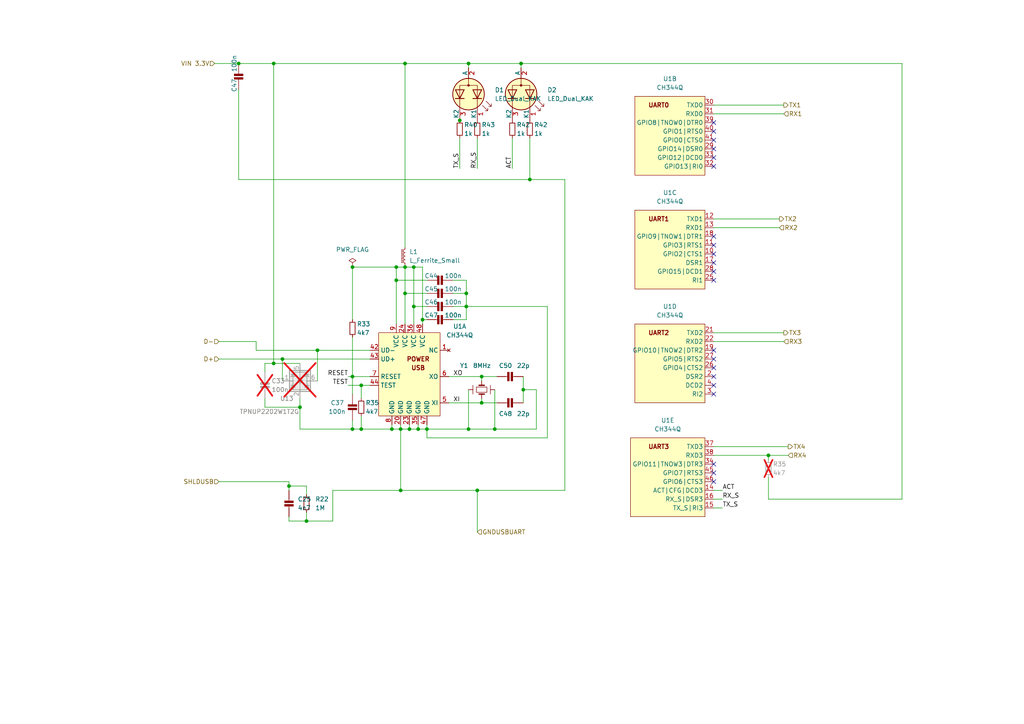
<source format=kicad_sch>
(kicad_sch (version 20230121) (generator eeschema)
  (paper "A4")
  (lib_symbols
    (symbol "Device:LED_Dual_KAK" (pin_names (offset 0))
      (property "Reference" "D" (at 0 5.715 0))
      (property "Value" "LED_Dual_KAK" (at 0 -6.35 0))
      (symbol "LED_Dual_KAK_0_1"
        (circle (center -2.54 0) (radius 0.2794) (fill (type outline)))
        (polyline (pts (xy -4.572 0) (xy -2.54 0)))
        (polyline (pts (xy 1.27 -1.27) (xy 1.27 -3.81)) (stroke (width 0.254)))
        (polyline (pts (xy 1.27 3.81) (xy 1.27 1.27)) (stroke (width 0.254)))
        (polyline (pts (xy 3.81 -2.54) (xy 1.905 -2.54)))
        (polyline (pts (xy 3.81 2.54) (xy 1.905 2.54)))
        (polyline (pts (xy -1.27 -1.27) (xy -1.27 -3.81) (xy 1.27 -2.54) (xy -1.27 -1.27)) (stroke (width 0.254)))
        (polyline (pts (xy -1.27 3.81) (xy -1.27 1.27) (xy 1.27 2.54) (xy -1.27 3.81)) (stroke (width 0.254)))
        (polyline (pts (xy 2.032 2.54) (xy -2.54 2.54) (xy -2.54 -2.54) (xy 2.032 -2.54)))
        (polyline (pts (xy 2.032 5.08) (xy 3.556 6.604) (xy 2.794 6.604) (xy 3.556 6.604) (xy 3.556 5.842)))
        (polyline (pts (xy 3.302 4.064) (xy 4.826 5.588) (xy 4.064 5.588) (xy 4.826 5.588) (xy 4.826 4.826)))
        (circle (center 0 0) (radius 4.572) (stroke (width 0.254)) (fill (type background)))
      )
      (symbol "LED_Dual_KAK_1_1"
        (pin input line (at 7.62 2.54 180) (length 3.81) (name "K1") (number "1"))
        (pin input line (at -7.62 0 0) (length 3.048) (name "A") (number "2"))
        (pin input line (at 7.62 -2.54 180) (length 3.81) (name "K2") (number "3"))
      )
    )
    (symbol "Device:L_Ferrite_Small" (pin_numbers hide) (pin_names (offset 0.254) hide)
      (property "Reference" "L" (at 1.27 1.016 0))
      (property "Value" "L_Ferrite_Small" (at 1.27 -1.27 0))
      (symbol "L_Ferrite_Small_0_1"
        (arc (start 0 -2.032) (mid 0.5058 -1.524) (end 0 -1.016))
        (arc (start 0 -1.016) (mid 0.5058 -0.508) (end 0 0))
        (polyline (pts (xy 0.762 -1.905) (xy 0.762 -1.651)))
        (polyline (pts (xy 0.762 -1.397) (xy 0.762 -1.143)))
        (polyline (pts (xy 0.762 -0.889) (xy 0.762 -0.635)))
        (polyline (pts (xy 0.762 -0.381) (xy 0.762 -0.127)))
        (polyline (pts (xy 0.762 0.127) (xy 0.762 0.381)))
        (polyline (pts (xy 0.762 0.635) (xy 0.762 0.889)))
        (polyline (pts (xy 0.762 1.143) (xy 0.762 1.397)))
        (polyline (pts (xy 0.762 1.651) (xy 0.762 1.905)))
        (polyline (pts (xy 1.016 -1.651) (xy 1.016 -1.905)))
        (polyline (pts (xy 1.016 -1.143) (xy 1.016 -1.397)))
        (polyline (pts (xy 1.016 -0.635) (xy 1.016 -0.889)))
        (polyline (pts (xy 1.016 -0.127) (xy 1.016 -0.381)))
        (polyline (pts (xy 1.016 0.381) (xy 1.016 0.127)))
        (polyline (pts (xy 1.016 0.889) (xy 1.016 0.635)))
        (polyline (pts (xy 1.016 1.397) (xy 1.016 1.143)))
        (polyline (pts (xy 1.016 1.905) (xy 1.016 1.651)))
        (arc (start 0 0) (mid 0.5058 0.508) (end 0 1.016))
        (arc (start 0 1.016) (mid 0.5058 1.524) (end 0 2.032))
      )
      (symbol "L_Ferrite_Small_1_1"
        (pin passive line (at 0 2.54 270) (length 0.508) (name "~") (number "1"))
        (pin passive line (at 0 -2.54 90) (length 0.508) (name "~") (number "2"))
      )
    )
    (symbol "Device:R_Small" (pin_numbers hide) (pin_names (offset 0.254) hide)
      (property "Reference" "R" (at 0.762 0.508 0))
      (property "Value" "R_Small" (at 0.762 -1.016 0))
      (symbol "R_Small_0_1"
        (rectangle (start -0.762 1.778) (end 0.762 -1.778) (stroke (width 0.2032)))
      )
      (symbol "R_Small_1_1"
        (pin passive line (at 0 2.54 270) (length 0.762) (name "~") (number "1"))
        (pin passive line (at 0 -2.54 90) (length 0.762) (name "~") (number "2"))
      )
    )
    (symbol "Power_Protection:NUP2202"
      (property "Reference" "U" (at -5.334 -2.54 0))
      (property "Value" "NUP2202" (at 6.35 1.27 90))
      (symbol "NUP2202_0_1"
        (rectangle (start -3.048 3.048) (end 3.048 -3.048) (stroke (width 0.254)) (fill (type background)))
        (circle (center -2.032 0) (radius 0.127))
        (circle (center -2.032 0) (radius 0.127))
        (circle (center 0 -2.54) (radius 0.127))
        (polyline (pts (xy -2.667 -1.27) (xy -1.397 -1.27)))
        (polyline (pts (xy -2.667 -1.27) (xy -1.397 -1.27)))
        (polyline (pts (xy -2.667 1.905) (xy -1.397 1.905)))
        (polyline (pts (xy -2.54 0) (xy -2.032 0)))
        (polyline (pts (xy -2.032 -2.54) (xy -2.032 -0.635)))
        (polyline (pts (xy -2.032 -2.54) (xy -2.032 -0.635)))
        (polyline (pts (xy -2.032 0.635) (xy -2.032 -0.635)))
        (polyline (pts (xy -2.032 0.635) (xy -2.032 2.54)))
        (polyline (pts (xy -2.032 2.54) (xy 2.032 2.54)))
        (polyline (pts (xy -0.762 0.254) (xy 0.762 0.254)))
        (polyline (pts (xy 0 -0.889) (xy 0 -2.54)))
        (polyline (pts (xy 0 -0.889) (xy 0 1.016)))
        (polyline (pts (xy 0 -0.889) (xy 0 1.016)))
        (polyline (pts (xy 0 1.016) (xy 0 3.81)))
        (polyline (pts (xy 0.762 0) (xy 0.762 0.254)))
        (polyline (pts (xy 1.397 -1.27) (xy 2.667 -1.27)))
        (polyline (pts (xy 1.397 -1.27) (xy 2.667 -1.27)))
        (polyline (pts (xy 1.397 1.905) (xy 2.667 1.905)))
        (polyline (pts (xy 2.032 -2.54) (xy -2.032 -2.54)))
        (polyline (pts (xy 2.032 -2.54) (xy 2.032 -0.635)))
        (polyline (pts (xy 2.032 -2.54) (xy 2.032 -0.635)))
        (polyline (pts (xy 2.032 0) (xy 2.54 0)))
        (polyline (pts (xy 2.032 0.635) (xy 2.032 -0.635)))
        (polyline (pts (xy 2.032 0.635) (xy 2.032 2.54)))
        (polyline (pts (xy -2.667 -1.905) (xy -1.397 -1.905) (xy -2.032 -1.27) (xy -2.667 -1.905)))
        (polyline (pts (xy -2.667 1.27) (xy -1.397 1.27) (xy -2.032 1.905) (xy -2.667 1.27)))
        (polyline (pts (xy -0.762 -0.508) (xy 0.762 -0.508) (xy 0 0.254) (xy -0.762 -0.508)))
        (polyline (pts (xy -0.762 -0.508) (xy 0.762 -0.508) (xy 0 0.254) (xy -0.762 -0.508)))
        (polyline (pts (xy 1.397 -1.905) (xy 2.667 -1.905) (xy 2.032 -1.27) (xy 1.397 -1.905)))
        (polyline (pts (xy 1.397 1.27) (xy 2.667 1.27) (xy 2.032 1.905) (xy 1.397 1.27)))
        (circle (center 0 2.54) (radius 0.127))
        (circle (center 2.032 0) (radius 0.127))
        (circle (center 2.032 0) (radius 0.127))
      )
      (symbol "NUP2202_1_1"
        (pin passive line (at -5.08 0 0) (length 2.54) (name "~") (number "1"))
        (pin passive line (at 0 -5.08 90) (length 2.54) (name "~") (number "2"))
        (pin no_connect line (at 0 -2.54 90) (length 2.54) hide (name "~") (number "3"))
        (pin no_connect line (at 0 2.54 270) (length 2.54) hide (name "~") (number "4"))
        (pin passive line (at 0 5.08 270) (length 2.54) (name "~") (number "5"))
        (pin passive line (at 5.08 0 180) (length 2.54) (name "~") (number "6"))
      )
    )
    (symbol "isouart4:CAP_NP" (pin_names (offset 1.016))
      (property "Reference" "C?" (at -1.27 -2.54 90))
      (symbol "CAP_NP_1_0"
        (rectangle (start -1.27 -0.762) (end 1.27 -0.254) (fill (type outline)))
        (rectangle (start -1.27 0.762) (end 1.27 0.254) (fill (type outline)))
        (polyline (pts (xy 0 -0.508) (xy 0 -1.27)))
        (polyline (pts (xy 0 1.27) (xy 0 0.508)))
        (pin passive line (at 0 3.81 270) (length 2.54) (name "1") (number "1"))
        (pin passive line (at 0 -3.81 90) (length 2.54) (name "2") (number "2"))
      )
    )
    (symbol "isouart4:CH344Q"
      (property "Reference" "U1" (at 13.97 9.1188 0))
      (property "Value" "CH344Q" (at 13.97 6.5788 0))
      (symbol "CH344Q_1_0"
        (text "POWER" (at 2.54 0 0) (effects (font (size 1.27 1.27) bold)))
        (text "USB" (at 2.54 -2.54 0) (effects (font (size 1.27 1.27) bold)))
      )
      (symbol "CH344Q_1_1"
        (rectangle (start -8.89 7.62) (end 8.89 -16.51) (fill (type background)))
        (pin no_connect line (at 11.43 2.54 180) (length 2.54) (name "NC") (number "1"))
        (pin power_in line (at -2.54 -19.05 90) (length 2.54) (name "GND") (number "20"))
        (pin power_in line (at 0 -19.05 90) (length 2.54) (name "GND") (number "23"))
        (pin power_in line (at -1.27 10.16 270) (length 2.54) (name "VCC") (number "24"))
        (pin power_in line (at 2.54 -19.05 90) (length 2.54) (name "GND") (number "35"))
        (pin power_in line (at 1.27 10.16 270) (length 2.54) (name "VCC") (number "36"))
        (pin bidirectional line (at -11.43 2.54 0) (length 2.54) (name "UD-") (number "42"))
        (pin bidirectional line (at -11.43 0 0) (length 2.54) (name "UD+") (number "43"))
        (pin passive line (at -11.43 -7.62 0) (length 2.54) (name "TEST") (number "44"))
        (pin power_in line (at 5.08 -19.05 90) (length 2.54) (name "GND") (number "47"))
        (pin power_in line (at 3.81 10.16 270) (length 2.54) (name "VCC") (number "48"))
        (pin passive line (at 11.43 -12.7 180) (length 2.54) (name "XI") (number "5"))
        (pin passive line (at 11.43 -5.08 180) (length 2.54) (name "XO") (number "6"))
        (pin input line (at -11.43 -5.08 0) (length 2.54) (name "RESET") (number "7"))
        (pin power_in line (at -5.08 -19.05 90) (length 2.54) (name "GND") (number "8"))
        (pin power_in line (at -3.81 10.16 270) (length 2.54) (name "VCC") (number "9"))
      )
      (symbol "CH344Q_2_0"
        (rectangle (start -11.43 7.62) (end 8.89 -15.24) (fill (type background)))
        (text "UART0" (at -7.62 5.08 0) (effects (font (size 1.27 1.27) bold) (justify left)))
      )
      (symbol "CH344Q_2_1"
        (pin passive line (at 11.43 -7.62 180) (length 2.54) (name "GPIO14|DSR0") (number "29"))
        (pin output line (at 11.43 5.08 180) (length 2.54) (name "TXD0") (number "30"))
        (pin input line (at 11.43 2.54 180) (length 2.54) (name "RXD0") (number "31"))
        (pin passive line (at 11.43 -12.7 180) (length 2.54) (name "GPIO13|RI0") (number "32"))
        (pin passive line (at 11.43 -10.16 180) (length 2.54) (name "GPIO12|DCD0") (number "33"))
        (pin passive line (at 11.43 0 180) (length 2.54) (name "GPIO8|TNOW0|DTR0") (number "39"))
        (pin passive line (at 11.43 -2.54 180) (length 2.54) (name "GPIO1|RTS0") (number "40"))
        (pin passive line (at 11.43 -5.08 180) (length 2.54) (name "GPIO0|CTS0") (number "41"))
      )
      (symbol "CH344Q_3_0"
        (rectangle (start -11.43 7.62) (end 8.89 -15.24) (fill (type background)))
        (text "UART1" (at -7.62 5.08 0) (effects (font (size 1.27 1.27) bold) (justify left)))
      )
      (symbol "CH344Q_3_1"
        (pin output line (at 11.43 -5.08 180) (length 2.54) (name "GPIO2|CTS1") (number "10"))
        (pin output line (at 11.43 -2.54 180) (length 2.54) (name "GPIO3|RTS1") (number "11"))
        (pin output line (at 11.43 5.08 180) (length 2.54) (name "TXD1") (number "12"))
        (pin input line (at 11.43 2.54 180) (length 2.54) (name "RXD1") (number "13"))
        (pin passive line (at 11.43 -7.62 180) (length 2.54) (name "DSR1") (number "17"))
        (pin output line (at 11.43 0 180) (length 2.54) (name "GPIO9|TNOW1|DTR1") (number "18"))
        (pin passive line (at 11.43 -12.7 180) (length 2.54) (name "RI1") (number "25"))
        (pin passive line (at 11.43 -10.16 180) (length 2.54) (name "GPIO15|DCD1") (number "28"))
      )
      (symbol "CH344Q_4_0"
        (rectangle (start -11.43 7.62) (end 8.89 -15.24) (fill (type background)))
        (text "UART2" (at -7.62 5.08 0) (effects (font (size 1.27 1.27) bold) (justify left)))
      )
      (symbol "CH344Q_4_1"
        (pin passive line (at 11.43 0 180) (length 2.54) (name "GPIO10|TNOW2|DTR2") (number "19"))
        (pin passive line (at 11.43 -7.62 180) (length 2.54) (name "DSR2") (number "2"))
        (pin output line (at 11.43 5.08 180) (length 2.54) (name "TXD2") (number "21"))
        (pin input line (at 11.43 2.54 180) (length 2.54) (name "RXD2") (number "22"))
        (pin passive line (at 11.43 -5.08 180) (length 2.54) (name "GPIO4|CTS2") (number "26"))
        (pin passive line (at 11.43 -2.54 180) (length 2.54) (name "GPIO5|RTS2") (number "27"))
        (pin passive line (at 11.43 -12.7 180) (length 2.54) (name "RI2") (number "3"))
        (pin passive line (at 11.43 -10.16 180) (length 2.54) (name "DCD2") (number "4"))
      )
      (symbol "CH344Q_5_0"
        (rectangle (start -12.7 7.62) (end 8.89 -15.24) (fill (type background)))
        (text "UART3" (at -7.62 5.08 0) (effects (font (size 1.27 1.27) bold) (justify left)))
      )
      (symbol "CH344Q_5_1"
        (pin passive line (at 11.43 -7.62 180) (length 2.54) (name "ACT|CFG|DCD3") (number "14"))
        (pin passive line (at 11.43 -12.7 180) (length 2.54) (name "TX_S|RI3") (number "15"))
        (pin passive line (at 11.43 -10.16 180) (length 2.54) (name "RX_S|DSR3") (number "16"))
        (pin passive line (at 11.43 0 180) (length 2.54) (name "GPIO11|TNOW3|DTR3") (number "34"))
        (pin output line (at 11.43 5.08 180) (length 2.54) (name "TXD3") (number "37"))
        (pin input line (at 11.43 2.54 180) (length 2.54) (name "RXD3") (number "38"))
        (pin passive line (at 11.43 -2.54 180) (length 2.54) (name "GPIO7|RTS3") (number "45"))
        (pin passive line (at 11.43 -5.08 180) (length 2.54) (name "GPIO6|CTS3") (number "46"))
      )
    )
    (symbol "isouart4:Crystal_Small" (pin_numbers hide) (pin_names (offset 1.016) hide)
      (property "Reference" "Y2" (at -6.985 1.905 0))
      (property "Value" "8MHz" (at -6.35 4.445 0))
      (symbol "Crystal_Small_0_1"
        (rectangle (start -0.762 -1.524) (end 0.762 1.524))
        (polyline (pts (xy -1.27 -2.54) (xy 1.27 -2.54)))
        (polyline (pts (xy -1.27 -0.762) (xy -1.27 0.762)) (stroke (width 0.381)))
        (polyline (pts (xy -1.27 2.54) (xy 1.27 2.54)))
        (polyline (pts (xy 1.27 -0.762) (xy 1.27 0.762)) (stroke (width 0.381)))
      )
      (symbol "Crystal_Small_1_1"
        (pin passive line (at -2.54 0 0) (length 1.27) (name "1") (number "1"))
        (pin passive line (at 0 -3.81 90) (length 1.27) (name "GND") (number "2"))
        (pin passive line (at 2.54 0 180) (length 1.27) (name "3") (number "3"))
        (pin passive line (at 0 3.81 270) (length 1.27) (name "GND") (number "4"))
      )
    )
    (symbol "power:PWR_FLAG" (power) (pin_numbers hide) (pin_names (offset 0) hide)
      (property "Value" "PWR_FLAG" (at 0 3.81 0))
      (symbol "PWR_FLAG_0_0"
        (pin power_out line (at 0 0 90) (length 0) (name "pwr") (number "1"))
      )
      (symbol "PWR_FLAG_0_1"
        (polyline (pts (xy 0 0) (xy 0 1.27) (xy -1.016 1.905) (xy 0 2.54) (xy 1.016 1.905) (xy 0 1.27)))
      )
    )
  )
  (junction (at 118.745 124.46))
  (junction (at 117.475 77.47))
  (junction (at 135.89 18.415))
  (junction (at 122.555 92.71))
  (junction (at 116.205 124.46))
  (junction (at 151.13 18.415))
  (junction (at 116.205 142.24))
  (junction (at 135.255 85.09))
  (junction (at 79.375 18.415))
  (junction (at 114.935 77.47))
  (junction (at 123.825 124.46))
  (junction (at 79.375 105.41))
  (junction (at 86.995 118.11))
  (junction (at 153.67 52.07))
  (junction (at 88.9 151.13))
  (junction (at 113.665 124.46))
  (junction (at 117.475 18.415))
  (junction (at 81.915 104.14))
  (junction (at 139.7 109.22))
  (junction (at 135.89 124.46))
  (junction (at 143.51 124.46))
  (junction (at 222.885 132.08))
  (junction (at 133.35 34.925))
  (junction (at 120.015 77.47))
  (junction (at 135.255 88.9))
  (junction (at 102.235 77.47))
  (junction (at 117.475 85.09))
  (junction (at 138.43 142.24))
  (junction (at 139.7 116.84))
  (junction (at 151.765 113.03))
  (junction (at 102.235 109.22))
  (junction (at 121.285 124.46))
  (junction (at 92.075 101.6))
  (junction (at 104.775 111.76))
  (junction (at 104.775 124.46))
  (junction (at 69.215 18.415))
  (junction (at 114.935 81.28))
  (junction (at 102.235 124.46))
  (junction (at 120.015 88.9))
  (junction (at 83.82 140.97))
  (no_connect (at 207.01 111.76))
  (no_connect (at 207.01 35.56))
  (no_connect (at 207.01 139.7))
  (no_connect (at 207.01 114.3))
  (no_connect (at 207.01 38.1))
  (no_connect (at 207.01 71.12))
  (no_connect (at 207.01 76.2))
  (no_connect (at 207.01 43.18))
  (no_connect (at 207.01 78.74))
  (no_connect (at 207.01 73.66))
  (no_connect (at 207.01 134.62))
  (no_connect (at 207.01 104.14))
  (no_connect (at 207.01 45.72))
  (no_connect (at 207.01 81.28))
  (no_connect (at 207.01 68.58))
  (no_connect (at 207.01 109.22))
  (no_connect (at 207.01 40.64))
  (no_connect (at 207.01 137.16))
  (no_connect (at 207.01 101.6))
  (no_connect (at 207.01 106.68))
  (no_connect (at 207.01 48.26))
  (wire (pts (xy 151.13 18.415) (xy 261.62 18.415)))
  (wire (pts (xy 155.575 124.46) (xy 143.51 124.46)))
  (wire (pts (xy 81.915 104.14) (xy 81.915 110.49)))
  (wire (pts (xy 207.01 132.08) (xy 222.885 132.08)))
  (wire (pts (xy 130.175 109.22) (xy 139.7 109.22)))
  (wire (pts (xy 139.7 109.22) (xy 144.145 109.22)))
  (wire (pts (xy 102.235 124.46) (xy 104.775 124.46)))
  (wire (pts (xy 207.01 66.04) (xy 226.06 66.04)))
  (wire (pts (xy 117.475 77.47) (xy 117.475 85.09)))
  (wire (pts (xy 69.215 18.415) (xy 79.375 18.415)))
  (wire (pts (xy 207.01 96.52) (xy 227.33 96.52)))
  (wire (pts (xy 123.825 88.9) (xy 120.015 88.9)))
  (wire (pts (xy 113.665 124.46) (xy 116.205 124.46)))
  (wire (pts (xy 158.75 127) (xy 123.825 127)))
  (wire (pts (xy 118.745 124.46) (xy 121.285 124.46)))
  (wire (pts (xy 116.205 123.19) (xy 116.205 124.46)))
  (wire (pts (xy 207.01 63.5) (xy 226.06 63.5)))
  (wire (pts (xy 120.015 88.9) (xy 120.015 93.98)))
  (wire (pts (xy 76.835 118.11) (xy 86.995 118.11)))
  (wire (pts (xy 83.82 151.13) (xy 83.82 149.86)))
  (wire (pts (xy 114.935 77.47) (xy 114.935 81.28)))
  (wire (pts (xy 148.59 40.005) (xy 148.59 48.895)))
  (wire (pts (xy 138.43 40.005) (xy 138.43 48.895)))
  (wire (pts (xy 122.555 92.71) (xy 122.555 93.98)))
  (wire (pts (xy 118.745 123.19) (xy 118.745 124.46)))
  (wire (pts (xy 76.835 115.57) (xy 76.835 118.11)))
  (wire (pts (xy 143.51 124.46) (xy 135.89 124.46)))
  (wire (pts (xy 104.775 124.46) (xy 113.665 124.46)))
  (wire (pts (xy 86.995 118.11) (xy 86.995 115.57)))
  (wire (pts (xy 207.01 33.02) (xy 227.33 33.02)))
  (wire (pts (xy 135.255 92.71) (xy 135.255 88.9)))
  (wire (pts (xy 131.445 85.09) (xy 135.255 85.09)))
  (wire (pts (xy 79.375 105.41) (xy 76.835 105.41)))
  (wire (pts (xy 139.7 116.84) (xy 144.145 116.84)))
  (wire (pts (xy 100.965 111.76) (xy 104.775 111.76)))
  (wire (pts (xy 135.89 113.03) (xy 135.89 124.46)))
  (wire (pts (xy 86.995 105.41) (xy 79.375 105.41)))
  (wire (pts (xy 88.9 140.97) (xy 83.82 140.97)))
  (wire (pts (xy 83.82 140.97) (xy 83.82 142.24)))
  (wire (pts (xy 139.7 109.22) (xy 139.7 110.49)))
  (wire (pts (xy 207.01 144.78) (xy 209.55 144.78)))
  (wire (pts (xy 151.765 113.03) (xy 155.575 113.03)))
  (wire (pts (xy 116.205 142.24) (xy 138.43 142.24)))
  (wire (pts (xy 151.765 109.22) (xy 151.765 113.03)))
  (wire (pts (xy 261.62 18.415) (xy 261.62 144.78)))
  (wire (pts (xy 135.89 18.415) (xy 151.13 18.415)))
  (wire (pts (xy 122.555 77.47) (xy 120.015 77.47)))
  (wire (pts (xy 69.215 52.07) (xy 153.67 52.07)))
  (wire (pts (xy 102.235 97.79) (xy 102.235 109.22)))
  (wire (pts (xy 63.5 99.06) (xy 74.295 99.06)))
  (wire (pts (xy 113.665 123.19) (xy 113.665 124.46)))
  (wire (pts (xy 63.5 139.7) (xy 83.82 139.7)))
  (wire (pts (xy 123.825 81.28) (xy 114.935 81.28)))
  (wire (pts (xy 116.205 124.46) (xy 118.745 124.46)))
  (wire (pts (xy 120.015 77.47) (xy 117.475 77.47)))
  (wire (pts (xy 207.01 99.06) (xy 227.33 99.06)))
  (wire (pts (xy 117.475 18.415) (xy 117.475 71.755)))
  (wire (pts (xy 92.075 101.6) (xy 107.315 101.6)))
  (wire (pts (xy 135.255 88.9) (xy 158.75 88.9)))
  (wire (pts (xy 207.01 30.48) (xy 227.33 30.48)))
  (wire (pts (xy 100.965 109.22) (xy 102.235 109.22)))
  (wire (pts (xy 155.575 113.03) (xy 155.575 124.46)))
  (wire (pts (xy 81.915 104.14) (xy 107.315 104.14)))
  (wire (pts (xy 76.835 105.41) (xy 76.835 107.95)))
  (wire (pts (xy 86.995 124.46) (xy 86.995 118.11)))
  (wire (pts (xy 153.67 40.005) (xy 153.67 52.07)))
  (wire (pts (xy 207.01 147.32) (xy 209.55 147.32)))
  (wire (pts (xy 123.825 127) (xy 123.825 124.46)))
  (wire (pts (xy 138.43 142.24) (xy 163.83 142.24)))
  (wire (pts (xy 83.82 139.7) (xy 83.82 140.97)))
  (wire (pts (xy 135.255 85.09) (xy 135.255 81.28)))
  (wire (pts (xy 122.555 92.71) (xy 122.555 77.47)))
  (wire (pts (xy 88.9 143.51) (xy 88.9 140.97)))
  (wire (pts (xy 135.255 81.28) (xy 131.445 81.28)))
  (wire (pts (xy 222.885 132.08) (xy 228.6 132.08)))
  (wire (pts (xy 102.235 124.46) (xy 102.235 121.92)))
  (wire (pts (xy 79.375 18.415) (xy 117.475 18.415)))
  (wire (pts (xy 158.75 88.9) (xy 158.75 127)))
  (wire (pts (xy 133.35 34.925) (xy 133.35 33.655)))
  (wire (pts (xy 96.52 142.24) (xy 116.205 142.24)))
  (wire (pts (xy 114.935 77.47) (xy 102.235 77.47)))
  (wire (pts (xy 139.7 115.57) (xy 139.7 116.84)))
  (wire (pts (xy 88.9 148.59) (xy 88.9 151.13)))
  (wire (pts (xy 222.885 144.78) (xy 261.62 144.78)))
  (wire (pts (xy 153.67 52.07) (xy 163.83 52.07)))
  (wire (pts (xy 92.075 101.6) (xy 92.075 110.49)))
  (wire (pts (xy 63.5 104.14) (xy 81.915 104.14)))
  (wire (pts (xy 102.235 77.47) (xy 102.235 92.71)))
  (wire (pts (xy 222.885 138.43) (xy 222.885 144.78)))
  (wire (pts (xy 123.825 124.46) (xy 123.825 123.19)))
  (wire (pts (xy 135.255 88.9) (xy 135.255 85.09)))
  (wire (pts (xy 135.89 18.415) (xy 135.89 19.685)))
  (wire (pts (xy 114.935 81.28) (xy 114.935 93.98)))
  (wire (pts (xy 107.315 111.76) (xy 104.775 111.76)))
  (wire (pts (xy 74.295 101.6) (xy 92.075 101.6)))
  (wire (pts (xy 117.475 77.47) (xy 114.935 77.47)))
  (wire (pts (xy 151.765 113.03) (xy 151.765 116.84)))
  (wire (pts (xy 163.83 52.07) (xy 163.83 142.24)))
  (wire (pts (xy 117.475 18.415) (xy 135.89 18.415)))
  (wire (pts (xy 104.775 120.65) (xy 104.775 124.46)))
  (wire (pts (xy 133.35 40.005) (xy 133.35 48.895)))
  (wire (pts (xy 74.295 99.06) (xy 74.295 101.6)))
  (wire (pts (xy 102.235 109.22) (xy 102.235 114.3)))
  (wire (pts (xy 83.82 151.13) (xy 88.9 151.13)))
  (wire (pts (xy 86.995 124.46) (xy 102.235 124.46)))
  (wire (pts (xy 102.235 109.22) (xy 107.315 109.22)))
  (wire (pts (xy 79.375 18.415) (xy 79.375 105.41)))
  (wire (pts (xy 123.825 124.46) (xy 135.89 124.46)))
  (wire (pts (xy 143.51 113.03) (xy 143.51 124.46)))
  (wire (pts (xy 207.01 142.24) (xy 209.55 142.24)))
  (wire (pts (xy 104.775 111.76) (xy 104.775 115.57)))
  (wire (pts (xy 117.475 85.09) (xy 117.475 93.98)))
  (wire (pts (xy 120.015 77.47) (xy 120.015 88.9)))
  (wire (pts (xy 122.555 92.71) (xy 123.825 92.71)))
  (wire (pts (xy 116.205 124.46) (xy 116.205 142.24)))
  (wire (pts (xy 96.52 151.13) (xy 88.9 151.13)))
  (wire (pts (xy 131.445 88.9) (xy 135.255 88.9)))
  (wire (pts (xy 121.285 124.46) (xy 123.825 124.46)))
  (wire (pts (xy 207.01 129.54) (xy 228.6 129.54)))
  (wire (pts (xy 96.52 142.24) (xy 96.52 151.13)))
  (wire (pts (xy 69.215 52.07) (xy 69.215 26.035)))
  (wire (pts (xy 121.285 123.19) (xy 121.285 124.46)))
  (wire (pts (xy 62.23 18.415) (xy 69.215 18.415)))
  (wire (pts (xy 131.445 92.71) (xy 135.255 92.71)))
  (wire (pts (xy 117.475 76.835) (xy 117.475 77.47)))
  (wire (pts (xy 138.43 154.305) (xy 138.43 142.24)))
  (wire (pts (xy 222.885 132.08) (xy 222.885 133.35)))
  (wire (pts (xy 151.13 18.415) (xy 151.13 19.685)))
  (wire (pts (xy 130.175 116.84) (xy 139.7 116.84)))
  (wire (pts (xy 123.825 85.09) (xy 117.475 85.09)))
  (label "XO" (at 131.445 109.22 0))
  (label "TX_S" (at 133.35 48.895 90))
  (label "TX_S" (at 209.55 147.32 0))
  (label "RX_S" (at 138.43 48.895 90))
  (label "ACT" (at 209.55 142.24 0))
  (label "TEST" (at 100.965 111.76 180))
  (label "RESET" (at 100.965 109.22 180))
  (label "XI" (at 131.445 116.84 0))
  (label "ACT" (at 148.59 48.895 90))
  (label "RX_S" (at 209.55 144.78 0))
  (hierarchical_label "VIN 3.3V" (shape input) (at 62.23 18.415 180))
  (hierarchical_label "RX2" (shape input) (at 226.06 66.04 0))
  (hierarchical_label "D+" (shape input) (at 63.5 104.14 180))
  (hierarchical_label "RX1" (shape input) (at 227.33 33.02 0))
  (hierarchical_label "TX1" (shape output) (at 227.33 30.48 0))
  (hierarchical_label "D-" (shape input) (at 63.5 99.06 180))
  (hierarchical_label "TX4" (shape output) (at 228.6 129.54 0))
  (hierarchical_label "GNDUSBUART" (shape input) (at 138.43 154.305 0))
  (hierarchical_label "RX4" (shape input) (at 228.6 132.08 0))
  (hierarchical_label "RX3" (shape input) (at 227.33 99.06 0))
  (hierarchical_label "TX2" (shape output) (at 226.06 63.5 0))
  (hierarchical_label "SHLDUSB" (shape input) (at 63.5 139.7 180))
  (hierarchical_label "TX3" (shape output) (at 227.33 96.52 0))
  (symbol (lib_id "isouart4:CAP_NP") (at 127.635 85.09 270) (unit 1)
    (property "Reference" "C45" (at 125.095 83.82 90))
    (property "Value" "100n" (at 131.445 83.82 90))
    (property "Footprint" "Capacitor_SMD:C_0603_1608Metric_Pad1.08x0.95mm_HandSolder" (effects hide))
    (instances (project "4WD_UART" (path "" (reference "C45") (unit 1))) (project "isouart4" (path "" (reference "C13") (unit 1))))
  )
  (symbol (lib_id "isouart4:CAP_NP") (at 83.82 146.05 180) (unit 1)
    (property "Reference" "C25" (at 86.36 144.78 0) (effects (justify right)))
    (property "Value" "4n7" (at 86.36 147.32 0) (effects (justify right)))
    (property "Footprint" "Capacitor_SMD:C_0805_2012Metric_Pad1.18x1.45mm_HandSolder" (effects hide))
    (instances (project "4WD_UART" (path "" (reference "C25") (unit 1))) (project "isouart4" (path "" (reference "C10") (unit 1)) (path "" (reference "C1") (unit 1))))
  )
  (symbol (lib_id "isouart4:CAP_NP") (at 102.235 118.11 180) (unit 1)
    (property "Reference" "C37" (at 95.885 116.84 0) (effects (justify right)))
    (property "Value" "100n" (at 95.25 119.38 0) (effects (justify right)))
    (property "Footprint" "Capacitor_SMD:C_0805_2012Metric_Pad1.18x1.45mm_HandSolder" (effects hide))
    (instances (project "4WD_UART" (path "" (reference "C37") (unit 1))) (project "isouart4" (path "" (reference "C11") (unit 1))))
  )
  (symbol (lib_id "isouart4:Crystal_Small") (at 139.7 113.03 90) (unit 1)
    (property "Reference" "Y1" (at 133.35 106.045 90) (effects (justify right)))
    (property "Value" "8MHz" (at 137.16 106.045 90) (effects (justify right)))
    (property "Footprint" "Crystal:Crystal_SMD_7050-4Pin_7.0x5.0mm" (effects hide))
  )
  (symbol (lib_id "isouart4:CH344Q") (at 195.58 35.56 0) (unit 2)
    (property "Reference" "U1" (at 194.31 22.86 0))
    (property "Value" "CH344Q" (at 194.31 25.4 0))
    (property "Footprint" "Package_QFP:LQFP-48_7x7mm_P0.5mm" (effects hide))
    (property "Datasheet" "http://www.wch-ic.com/downloads/file/299.html" (effects hide))
    (property "LCSC" "C2988084" (effects hide))
    (instances (project "4WD_UART" (path "" (reference "U1") (unit 2))) (project "isouart4" (path "" (reference "U7") (unit 2))))
  )
  (symbol (lib_id "isouart4:CAP_NP") (at 69.215 22.225 0) (unit 1)
    (property "Reference" "C47" (at 67.945 24.765 90))
    (property "Value" "100n" (at 67.945 18.415 90))
    (property "Footprint" "Capacitor_SMD:C_0805_2012Metric_Pad1.18x1.45mm_HandSolder" (effects hide))
    (instances (project "4WD_UART" (path "" (reference "C47") (unit 1))) (project "isouart4" (path "" (reference "C8") (unit 1))))
  )
  (symbol (lib_id "Device:R_Small") (at 222.885 135.89 180) (unit 1) (in_bom no) (dnp yes)
    (property "Reference" "R35" (at 224.155 134.62 0) (effects (justify right)))
    (property "Value" "4k7" (at 224.155 137.16 0) (effects (justify right)))
    (property "Footprint" "Resistor_SMD:R_0805_2012Metric_Pad1.20x1.40mm_HandSolder" (effects hide))
    (property "Sim.Enable" "0" (effects hide))
    (instances (project "4WD_UART" (path "" (reference "R35") (unit 1))) (project "isouart4" (path "" (reference "R9") (unit 1))))
  )
  (symbol (lib_id "Device:R_Small") (at 138.43 37.465 180) (unit 1)
    (property "Reference" "R43" (at 139.7 36.195 0) (effects (justify right)))
    (property "Value" "1k" (at 139.7 38.735 0) (effects (justify right)))
    (property "Footprint" "Resistor_SMD:R_0805_2012Metric_Pad1.20x1.40mm_HandSolder" (effects hide))
    (instances (project "4WD_UART" (path "" (reference "R43") (unit 1))) (project "isouart4" (path "" (reference "R6") (unit 1))))
  )
  (symbol (lib_id "Device:R_Small") (at 133.35 37.465 180) (unit 1)
    (property "Reference" "R40" (at 134.62 36.195 0) (effects (justify right)))
    (property "Value" "1k" (at 134.62 38.735 0) (effects (justify right)))
    (property "Footprint" "Resistor_SMD:R_0805_2012Metric_Pad1.20x1.40mm_HandSolder" (effects hide))
    (instances (project "4WD_UART" (path "" (reference "R40") (unit 1))) (project "isouart4" (path "" (reference "R5") (unit 1))))
  )
  (symbol (lib_id "Device:R_Small") (at 102.235 95.25 180) (unit 1)
    (property "Reference" "R33" (at 103.505 93.98 0) (effects (justify right)))
    (property "Value" "4k7" (at 103.505 96.52 0) (effects (justify right)))
    (property "Footprint" "Resistor_SMD:R_0805_2012Metric_Pad1.20x1.40mm_HandSolder" (effects hide))
    (instances (project "4WD_UART" (path "" (reference "R33") (unit 1))) (project "isouart4" (path "" (reference "R3") (unit 1))))
  )
  (symbol (lib_id "isouart4:CAP_NP") (at 147.955 109.22 270) (unit 1)
    (property "Reference" "C50" (at 148.59 106.045 90) (effects (justify right)))
    (property "Value" "22p" (at 153.67 106.045 90) (effects (justify right)))
    (property "Footprint" "Capacitor_SMD:C_0603_1608Metric_Pad1.08x0.95mm_HandSolder" (effects hide))
    (instances (project "4WD_UART" (path "" (reference "C50") (unit 1))) (project "isouart4" (path "" (reference "C17") (unit 1))))
  )
  (symbol (lib_id "isouart4:CAP_NP") (at 127.635 81.28 270) (unit 1)
    (property "Reference" "C44" (at 125.095 80.01 90))
    (property "Value" "100n" (at 131.445 80.01 90))
    (property "Footprint" "Capacitor_SMD:C_0603_1608Metric_Pad1.08x0.95mm_HandSolder" (effects hide))
    (instances (project "4WD_UART" (path "" (reference "C44") (unit 1))) (project "isouart4" (path "" (reference "C12") (unit 1))))
  )
  (symbol (lib_id "isouart4:CAP_NP") (at 127.635 88.9 270) (unit 1)
    (property "Reference" "C46" (at 125.095 87.63 90))
    (property "Value" "100n" (at 131.445 87.63 90))
    (property "Footprint" "Capacitor_SMD:C_0603_1608Metric_Pad1.08x0.95mm_HandSolder" (effects hide))
    (instances (project "4WD_UART" (path "" (reference "C46") (unit 1))) (project "isouart4" (path "" (reference "C14") (unit 1))))
  )
  (symbol (lib_id "isouart4:CH344Q") (at 195.58 68.58 0) (unit 3)
    (property "Reference" "U1" (at 194.31 55.88 0))
    (property "Value" "CH344Q" (at 194.31 58.42 0))
    (property "Footprint" "Package_QFP:LQFP-48_7x7mm_P0.5mm" (effects hide))
    (property "Datasheet" "http://www.wch-ic.com/downloads/file/299.html" (effects hide))
    (property "LCSC" "C2988084" (effects hide))
    (instances (project "4WD_UART" (path "" (reference "U1") (unit 3))) (project "isouart4" (path "" (reference "U7") (unit 3))))
  )
  (symbol (lib_id "Device:LED_Dual_KAK") (at 151.13 27.305 270) (unit 1)
    (property "Reference" "D2" (at 158.75 26.0985 90) (effects (justify left)))
    (property "Value" "LED_Dual_KAK" (at 158.75 28.6385 90) (effects (justify left)))
    (property "Footprint" "LED_THT:LED_D5.0mm-3" (effects hide))
  )
  (symbol (lib_id "isouart4:CAP_NP") (at 127.635 92.71 270) (unit 1)
    (property "Reference" "C47" (at 125.095 91.44 90))
    (property "Value" "100n" (at 131.445 91.44 90))
    (property "Footprint" "Capacitor_SMD:C_0603_1608Metric_Pad1.08x0.95mm_HandSolder" (effects hide))
    (instances (project "4WD_UART" (path "" (reference "C47") (unit 1))) (project "isouart4" (path "" (reference "C15") (unit 1))))
  )
  (symbol (lib_id "Device:R_Small") (at 88.9 146.05 180) (unit 1)
    (property "Reference" "R22" (at 91.44 144.7799 0) (effects (justify right)))
    (property "Value" "1M" (at 91.44 147.3199 0) (effects (justify right)))
    (property "Footprint" "Resistor_SMD:R_0805_2012Metric_Pad1.20x1.40mm_HandSolder" (effects hide))
    (instances (project "4WD_UART" (path "" (reference "R22") (unit 1))) (project "isouart4" (path "" (reference "R2") (unit 1)) (path "" (reference "R1") (unit 1))))
  )
  (symbol (lib_id "Device:L_Ferrite_Small") (at 117.475 74.295 180) (unit 1)
    (property "Reference" "L1" (at 118.745 73.025 0) (effects (justify right)))
    (property "Value" "L_Ferrite_Small" (at 118.745 75.565 0) (effects (justify right)))
    (property "Footprint" "Inductor_SMD:L_TDK_NLV25_2.5x2.0mm" (effects hide))
    (instances (project "isouart4" (path "" (reference "L1") (unit 1)) (path "" (reference "L3") (unit 1))))
  )
  (symbol (lib_id "isouart4:CAP_NP") (at 76.835 111.76 180) (unit 1) (in_bom no) (on_board no) (dnp yes)
    (property "Reference" "C33" (at 78.74 110.49 0) (effects (justify right)))
    (property "Value" "100n" (at 78.74 113.03 0) (effects (justify right)))
    (property "Footprint" "Capacitor_SMD:C_0805_2012Metric_Pad1.18x1.45mm_HandSolder" (effects hide))
    (property "Sim.Enable" "0" (effects hide))
    (instances (project "4WD_UART" (path "" (reference "C33") (unit 1))) (project "isouart4" (path "" (reference "C9") (unit 1))))
  )
  (symbol (lib_id "power:PWR_FLAG") (at 102.235 77.47 0) (unit 1)
    (property "Reference" "#FLG011" (effects hide))
    (property "Value" "PWR_FLAG" (at 102.235 72.39 0))
  )
  (symbol (lib_id "isouart4:CH344Q") (at 195.58 101.6 0) (unit 4)
    (property "Reference" "U1" (at 194.31 88.9 0))
    (property "Value" "CH344Q" (at 194.31 91.44 0))
    (property "Footprint" "Package_QFP:LQFP-48_7x7mm_P0.5mm" (effects hide))
    (property "Datasheet" "http://www.wch-ic.com/downloads/file/299.html" (effects hide))
    (property "LCSC" "C2988084" (effects hide))
    (instances (project "4WD_UART" (path "" (reference "U1") (unit 4))) (project "isouart4" (path "" (reference "U7") (unit 4))))
  )
  (symbol (lib_id "Device:R_Small") (at 104.775 118.11 180) (unit 1)
    (property "Reference" "R35" (at 106.045 116.84 0) (effects (justify right)))
    (property "Value" "4k7" (at 106.045 119.38 0) (effects (justify right)))
    (property "Footprint" "Resistor_SMD:R_0805_2012Metric_Pad1.20x1.40mm_HandSolder" (effects hide))
    (instances (project "4WD_UART" (path "" (reference "R35") (unit 1))) (project "isouart4" (path "" (reference "R4") (unit 1))))
  )
  (symbol (lib_id "Power_Protection:NUP2202") (at 86.995 110.49 0) (unit 1) (in_bom no) (on_board no) (dnp yes)
    (property "Reference" "U13" (at 83.185 115.57 0))
    (property "Value" "TPNUP2202W1T2G" (at 78.105 119.38 0))
    (property "Footprint" "Package_TO_SOT_SMD:SOT-363_SC-70-6" (effects hide))
    (property "Datasheet" "http://www.onsemi.ru.com/pub_link/Collateral/NUP2202W1-D.PDF" (effects hide))
    (property "LCSC" " C2959847" (effects hide))
    (property "Sim.Enable" "0" (effects hide))
    (instances (project "4WD_UART" (path "" (reference "U13") (unit 1))) (project "isouart4" (path "" (reference "U6") (unit 1))))
  )
  (symbol (lib_id "Device:R_Small") (at 153.67 37.465 180) (unit 1)
    (property "Reference" "R42" (at 154.94 36.195 0) (effects (justify right)))
    (property "Value" "1k" (at 154.94 38.735 0) (effects (justify right)))
    (property "Footprint" "Resistor_SMD:R_0805_2012Metric_Pad1.20x1.40mm_HandSolder" (effects hide))
    (instances (project "4WD_UART" (path "" (reference "R42") (unit 1))) (project "isouart4" (path "" (reference "R8") (unit 1))))
  )
  (symbol (lib_id "isouart4:CH344Q") (at 195.58 134.62 0) (unit 5)
    (property "Reference" "U1" (at 193.675 121.92 0))
    (property "Value" "CH344Q" (at 193.675 124.46 0))
    (property "Footprint" "Package_QFP:LQFP-48_7x7mm_P0.5mm" (effects hide))
    (property "Datasheet" "http://www.wch-ic.com/downloads/file/299.html" (effects hide))
    (property "LCSC" "C2988084" (effects hide))
    (instances (project "4WD_UART" (path "" (reference "U1") (unit 5))) (project "isouart4" (path "" (reference "U7") (unit 5))))
  )
  (symbol (lib_id "isouart4:CH344Q") (at 118.745 104.14 0) (unit 1)
    (property "Reference" "U1" (at 133.35 94.6719 0))
    (property "Value" "CH344Q" (at 133.35 97.2119 0))
    (property "Footprint" "Package_QFP:LQFP-48_7x7mm_P0.5mm" (effects hide))
    (property "Datasheet" "http://www.wch-ic.com/downloads/file/299.html" (effects hide))
    (property "LCSC" "C2988084" (effects hide))
    (instances (project "4WD_UART" (path "" (reference "U1") (unit 1))) (project "isouart4" (path "" (reference "U7") (unit 1))))
  )
  (symbol (lib_id "Device:R_Small") (at 148.59 37.465 180) (unit 1)
    (property "Reference" "R42" (at 149.86 36.195 0) (effects (justify right)))
    (property "Value" "1k" (at 149.86 38.735 0) (effects (justify right)))
    (property "Footprint" "Resistor_SMD:R_0805_2012Metric_Pad1.20x1.40mm_HandSolder" (effects hide))
    (instances (project "4WD_UART" (path "" (reference "R42") (unit 1))) (project "isouart4" (path "" (reference "R7") (unit 1))))
  )
  (symbol (lib_id "Device:LED_Dual_KAK") (at 135.89 27.305 270) (unit 1)
    (property "Reference" "D1" (at 143.51 26.0985 90) (effects (justify left)))
    (property "Value" "LED_Dual_KAK" (at 143.51 28.6385 90) (effects (justify left)))
    (property "Footprint" "LED_THT:LED_D5.0mm-3" (effects hide))
  )
  (symbol (lib_id "isouart4:CAP_NP") (at 147.955 116.84 270) (unit 1)
    (property "Reference" "C48" (at 148.59 120.015 90) (effects (justify right)))
    (property "Value" "22p" (at 153.67 120.015 90) (effects (justify right)))
    (property "Footprint" "Capacitor_SMD:C_0603_1608Metric_Pad1.08x0.95mm_HandSolder" (effects hide))
    (instances (project "4WD_UART" (path "" (reference "C48") (unit 1))) (project "isouart4" (path "" (reference "C16") (unit 1))))
  )
)
</source>
